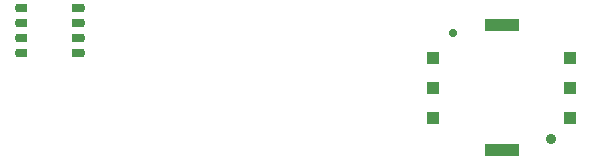
<source format=gts>
G75*
%MOIN*%
%OFA0B0*%
%FSLAX25Y25*%
%IPPOS*%
%LPD*%
%AMOC8*
5,1,8,0,0,1.08239X$1,22.5*
%
%ADD10R,0.04331X0.03937*%
%ADD11R,0.11811X0.03937*%
%ADD12C,0.02756*%
%ADD13C,0.03543*%
%ADD14C,0.03012*%
%ADD15R,0.03150X0.02992*%
D10*
X0192215Y0056000D03*
X0192215Y0066000D03*
X0192215Y0076000D03*
X0237885Y0076000D03*
X0237885Y0066000D03*
X0237885Y0056000D03*
D11*
X0215050Y0045134D03*
X0215050Y0086866D03*
D12*
X0198711Y0084307D03*
D13*
X0231389Y0048874D03*
D14*
X0053921Y0077638D03*
X0053921Y0082638D03*
X0053921Y0087638D03*
X0053921Y0092638D03*
X0074787Y0092638D03*
X0074787Y0087638D03*
X0074787Y0082638D03*
X0074787Y0077638D03*
D15*
X0073192Y0077632D03*
X0073192Y0082632D03*
X0073112Y0087632D03*
X0073192Y0092632D03*
X0055515Y0092632D03*
X0055515Y0087632D03*
X0055515Y0082632D03*
X0055515Y0077592D03*
M02*

</source>
